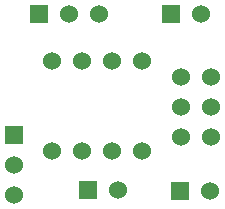
<source format=gbs>
G04 #@! TF.FileFunction,Soldermask,Bot*
%FSLAX46Y46*%
G04 Gerber Fmt 4.6, Leading zero omitted, Abs format (unit mm)*
G04 Created by KiCad (PCBNEW 4.0.1-stable) date Monday, June 13, 2016 'PMt' 11:56:34 PM*
%MOMM*%
G01*
G04 APERTURE LIST*
%ADD10C,0.100000*%
%ADD11C,1.524000*%
%ADD12R,1.524000X1.524000*%
G04 APERTURE END LIST*
D10*
D11*
X155112720Y-90134440D03*
X157652720Y-90134440D03*
X155112720Y-92674440D03*
X157652720Y-92674440D03*
X155112720Y-95214440D03*
X157652720Y-95214440D03*
X144160240Y-96415860D03*
X146700240Y-96415860D03*
X149240240Y-96415860D03*
X151780240Y-96415860D03*
X151780240Y-88795860D03*
X149240240Y-88795860D03*
X146700240Y-88795860D03*
X144160240Y-88795860D03*
D12*
X143065500Y-84828380D03*
D11*
X145605500Y-84828380D03*
X148145500Y-84828380D03*
D12*
X154254200Y-84787740D03*
D11*
X156794200Y-84787740D03*
D12*
X147279360Y-99738180D03*
D11*
X149819360Y-99738180D03*
D12*
X155026360Y-99776280D03*
D11*
X157566360Y-99776280D03*
D12*
X141015720Y-95064580D03*
D11*
X141015720Y-97604580D03*
X141015720Y-100144580D03*
M02*

</source>
